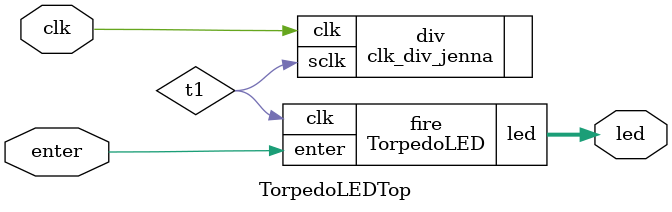
<source format=sv>
module TorpedoLED(input clk, input enter, output logic [9:0] led);
  
parameter [2:0]
START = 3'b000,
STA = 3'b001,
STB = 3'b010,
STC = 3'b011,
STD = 3'b100,
STE = 3'b101,
STF = 3'b110,
STG = 3'b111;


logic [2:0] NS;
logic [2:0] PS = START;

   
 
always_ff @(posedge clk) 
       begin
          // if(PS != STG)
           PS <= NS;
         end      

always_comb
 begin
      
      
    case (PS)
       START:
              begin 
                led = 10'b0000000000;
                 if(enter)
                    NS = STA;
                 else
                    NS = PS;   
                 end  
        STA:
              begin
                 led = 10'b0000110000;
                 NS = STB;
              end  
             
        STB:       
              begin
                 led = 10'b0011111100;
                 NS = STC;
              end      
        
        STC:
              begin
                 led = 10'b0111001110;
                 NS = STD;
              end   
              
        STD:
              begin
                 led = 10'b1110000111;
                 NS = STE;
              end    
        STE:
              begin
                 led = 10'b1100000011;
                 NS = STF;
              end   
                            
        STF:
              begin
                 led = 10'b1000000001;
                 NS = STG;
              end  
              
        STG:
              begin
                 led = 10'b0000000000;
                 NS = START;
              end 
    endcase
   end                                                                                
endmodule

module TorpedoLEDTop(clk, enter, led);

input clk;
input enter;
output logic [9:0] led;

wire t1;

clk_div_jenna div(.clk(clk), .sclk(t1));
TorpedoLED fire(.clk(t1), .enter(enter), .led(led));

endmodule
</source>
